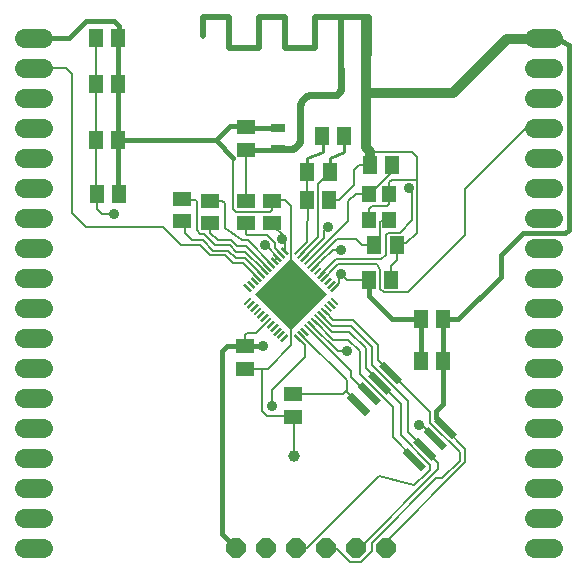
<source format=gtl>
G75*
%MOIN*%
%OFA0B0*%
%FSLAX25Y25*%
%IPPOS*%
%LPD*%
%AMOC8*
5,1,8,0,0,1.08239X$1,22.5*
%
%ADD10R,0.00906X0.03150*%
%ADD11R,0.16929X0.16929*%
%ADD12R,0.05000X0.06000*%
%ADD13R,0.06000X0.05000*%
%ADD14R,0.04724X0.05512*%
%ADD15R,0.05118X0.05906*%
%ADD16C,0.02000*%
%ADD17C,0.03500*%
%ADD18R,0.03500X0.10000*%
%ADD19R,0.04724X0.03150*%
%ADD20R,0.02362X0.08661*%
%ADD21OC8,0.06400*%
%ADD22C,0.06400*%
%ADD23C,0.00800*%
%ADD24C,0.01600*%
%ADD25C,0.03200*%
%ADD26C,0.00600*%
%ADD27C,0.03937*%
%ADD28C,0.00787*%
%ADD29C,0.03543*%
%ADD30C,0.02400*%
%ADD31C,0.01000*%
D10*
G36*
X0092912Y0092658D02*
X0092271Y0093299D01*
X0094498Y0095526D01*
X0095139Y0094885D01*
X0092912Y0092658D01*
G37*
G36*
X0094026Y0091544D02*
X0093385Y0092185D01*
X0095612Y0094412D01*
X0096253Y0093771D01*
X0094026Y0091544D01*
G37*
G36*
X0095139Y0090430D02*
X0094498Y0091071D01*
X0096725Y0093298D01*
X0097366Y0092657D01*
X0095139Y0090430D01*
G37*
G36*
X0096253Y0089317D02*
X0095612Y0089958D01*
X0097839Y0092185D01*
X0098480Y0091544D01*
X0096253Y0089317D01*
G37*
G36*
X0097366Y0088203D02*
X0096725Y0088844D01*
X0098952Y0091071D01*
X0099593Y0090430D01*
X0097366Y0088203D01*
G37*
G36*
X0098480Y0087090D02*
X0097839Y0087731D01*
X0100066Y0089958D01*
X0100707Y0089317D01*
X0098480Y0087090D01*
G37*
G36*
X0105161Y0087731D02*
X0104520Y0087090D01*
X0102293Y0089317D01*
X0102934Y0089958D01*
X0105161Y0087731D01*
G37*
G36*
X0106275Y0088844D02*
X0105634Y0088203D01*
X0103407Y0090430D01*
X0104048Y0091071D01*
X0106275Y0088844D01*
G37*
G36*
X0107388Y0089958D02*
X0106747Y0089317D01*
X0104520Y0091544D01*
X0105161Y0092185D01*
X0107388Y0089958D01*
G37*
G36*
X0108502Y0091071D02*
X0107861Y0090430D01*
X0105634Y0092657D01*
X0106275Y0093298D01*
X0108502Y0091071D01*
G37*
G36*
X0109615Y0092185D02*
X0108974Y0091544D01*
X0106747Y0093771D01*
X0107388Y0094412D01*
X0109615Y0092185D01*
G37*
G36*
X0110729Y0093299D02*
X0110088Y0092658D01*
X0107861Y0094885D01*
X0108502Y0095526D01*
X0110729Y0093299D01*
G37*
G36*
X0111842Y0094412D02*
X0111201Y0093771D01*
X0108974Y0095998D01*
X0109615Y0096639D01*
X0111842Y0094412D01*
G37*
G36*
X0112956Y0095526D02*
X0112315Y0094885D01*
X0110088Y0097112D01*
X0110729Y0097753D01*
X0112956Y0095526D01*
G37*
G36*
X0114070Y0096639D02*
X0113429Y0095998D01*
X0111202Y0098225D01*
X0111843Y0098866D01*
X0114070Y0096639D01*
G37*
G36*
X0115183Y0097753D02*
X0114542Y0097112D01*
X0112315Y0099339D01*
X0112956Y0099980D01*
X0115183Y0097753D01*
G37*
G36*
X0116297Y0098866D02*
X0115656Y0098225D01*
X0113429Y0100452D01*
X0114070Y0101093D01*
X0116297Y0098866D01*
G37*
G36*
X0117410Y0099980D02*
X0116769Y0099339D01*
X0114542Y0101566D01*
X0115183Y0102207D01*
X0117410Y0099980D01*
G37*
G36*
X0116769Y0106661D02*
X0117410Y0106020D01*
X0115183Y0103793D01*
X0114542Y0104434D01*
X0116769Y0106661D01*
G37*
G36*
X0115656Y0107775D02*
X0116297Y0107134D01*
X0114070Y0104907D01*
X0113429Y0105548D01*
X0115656Y0107775D01*
G37*
G36*
X0114542Y0108888D02*
X0115183Y0108247D01*
X0112956Y0106020D01*
X0112315Y0106661D01*
X0114542Y0108888D01*
G37*
G36*
X0113429Y0110002D02*
X0114070Y0109361D01*
X0111843Y0107134D01*
X0111202Y0107775D01*
X0113429Y0110002D01*
G37*
G36*
X0112315Y0111115D02*
X0112956Y0110474D01*
X0110729Y0108247D01*
X0110088Y0108888D01*
X0112315Y0111115D01*
G37*
G36*
X0111201Y0112229D02*
X0111842Y0111588D01*
X0109615Y0109361D01*
X0108974Y0110002D01*
X0111201Y0112229D01*
G37*
G36*
X0110088Y0113342D02*
X0110729Y0112701D01*
X0108502Y0110474D01*
X0107861Y0111115D01*
X0110088Y0113342D01*
G37*
G36*
X0108974Y0114456D02*
X0109615Y0113815D01*
X0107388Y0111588D01*
X0106747Y0112229D01*
X0108974Y0114456D01*
G37*
G36*
X0107861Y0115570D02*
X0108502Y0114929D01*
X0106275Y0112702D01*
X0105634Y0113343D01*
X0107861Y0115570D01*
G37*
G36*
X0106747Y0116683D02*
X0107388Y0116042D01*
X0105161Y0113815D01*
X0104520Y0114456D01*
X0106747Y0116683D01*
G37*
G36*
X0105634Y0117797D02*
X0106275Y0117156D01*
X0104048Y0114929D01*
X0103407Y0115570D01*
X0105634Y0117797D01*
G37*
G36*
X0104520Y0118910D02*
X0105161Y0118269D01*
X0102934Y0116042D01*
X0102293Y0116683D01*
X0104520Y0118910D01*
G37*
G36*
X0097839Y0118269D02*
X0098480Y0118910D01*
X0100707Y0116683D01*
X0100066Y0116042D01*
X0097839Y0118269D01*
G37*
G36*
X0096725Y0117156D02*
X0097366Y0117797D01*
X0099593Y0115570D01*
X0098952Y0114929D01*
X0096725Y0117156D01*
G37*
G36*
X0095612Y0116042D02*
X0096253Y0116683D01*
X0098480Y0114456D01*
X0097839Y0113815D01*
X0095612Y0116042D01*
G37*
G36*
X0094498Y0114929D02*
X0095139Y0115570D01*
X0097366Y0113343D01*
X0096725Y0112702D01*
X0094498Y0114929D01*
G37*
G36*
X0093385Y0113815D02*
X0094026Y0114456D01*
X0096253Y0112229D01*
X0095612Y0111588D01*
X0093385Y0113815D01*
G37*
G36*
X0092271Y0112701D02*
X0092912Y0113342D01*
X0095139Y0111115D01*
X0094498Y0110474D01*
X0092271Y0112701D01*
G37*
G36*
X0091158Y0111588D02*
X0091799Y0112229D01*
X0094026Y0110002D01*
X0093385Y0109361D01*
X0091158Y0111588D01*
G37*
G36*
X0090044Y0110474D02*
X0090685Y0111115D01*
X0092912Y0108888D01*
X0092271Y0108247D01*
X0090044Y0110474D01*
G37*
G36*
X0088930Y0109361D02*
X0089571Y0110002D01*
X0091798Y0107775D01*
X0091157Y0107134D01*
X0088930Y0109361D01*
G37*
G36*
X0087817Y0108247D02*
X0088458Y0108888D01*
X0090685Y0106661D01*
X0090044Y0106020D01*
X0087817Y0108247D01*
G37*
G36*
X0086703Y0107134D02*
X0087344Y0107775D01*
X0089571Y0105548D01*
X0088930Y0104907D01*
X0086703Y0107134D01*
G37*
G36*
X0085590Y0106020D02*
X0086231Y0106661D01*
X0088458Y0104434D01*
X0087817Y0103793D01*
X0085590Y0106020D01*
G37*
G36*
X0086231Y0099339D02*
X0085590Y0099980D01*
X0087817Y0102207D01*
X0088458Y0101566D01*
X0086231Y0099339D01*
G37*
G36*
X0087344Y0098225D02*
X0086703Y0098866D01*
X0088930Y0101093D01*
X0089571Y0100452D01*
X0087344Y0098225D01*
G37*
G36*
X0088458Y0097112D02*
X0087817Y0097753D01*
X0090044Y0099980D01*
X0090685Y0099339D01*
X0088458Y0097112D01*
G37*
G36*
X0089571Y0095998D02*
X0088930Y0096639D01*
X0091157Y0098866D01*
X0091798Y0098225D01*
X0089571Y0095998D01*
G37*
G36*
X0090685Y0094885D02*
X0090044Y0095526D01*
X0092271Y0097753D01*
X0092912Y0097112D01*
X0090685Y0094885D01*
G37*
G36*
X0091799Y0093771D02*
X0091158Y0094412D01*
X0093385Y0096639D01*
X0094026Y0095998D01*
X0091799Y0093771D01*
G37*
D11*
G36*
X0101500Y0091031D02*
X0089531Y0103000D01*
X0101500Y0114969D01*
X0113469Y0103000D01*
X0101500Y0091031D01*
G37*
D12*
X0127407Y0107717D03*
X0134907Y0107717D03*
X0136640Y0119500D03*
X0129140Y0119500D03*
X0114250Y0134500D03*
X0106750Y0134500D03*
X0106951Y0143717D03*
X0114451Y0143717D03*
X0127640Y0146157D03*
X0135140Y0146157D03*
X0144671Y0094795D03*
X0152171Y0094795D03*
X0152171Y0080795D03*
X0144671Y0080795D03*
X0044250Y0136500D03*
X0036750Y0136500D03*
X0036451Y0154417D03*
X0043951Y0154417D03*
X0043951Y0173031D03*
X0036451Y0173031D03*
X0036451Y0188646D03*
X0043951Y0188646D03*
D13*
X0086500Y0158750D03*
X0086500Y0151250D03*
X0086500Y0134250D03*
X0086500Y0126750D03*
X0095000Y0126750D03*
X0095000Y0134250D03*
X0074500Y0134250D03*
X0074500Y0126750D03*
X0064992Y0127388D03*
X0064992Y0134888D03*
X0086000Y0085750D03*
X0086000Y0078250D03*
X0102000Y0069750D03*
X0102000Y0062250D03*
D14*
X0127500Y0127839D03*
X0134193Y0127839D03*
X0134193Y0136500D03*
X0127500Y0136500D03*
D15*
X0119240Y0155697D03*
X0111760Y0155697D03*
D16*
X0118000Y0178252D02*
X0118000Y0195552D01*
X0109400Y0195552D01*
X0109400Y0185152D01*
X0099500Y0185152D01*
X0099500Y0195552D01*
X0090800Y0195552D01*
X0090800Y0185152D01*
X0080900Y0185152D01*
X0080900Y0195552D01*
X0072200Y0195552D01*
X0072200Y0189052D01*
X0118000Y0195552D02*
X0127300Y0195552D01*
D17*
X0126500Y0194752D02*
X0126500Y0183252D01*
D18*
X0126500Y0182752D03*
D19*
X0097000Y0158543D03*
X0097000Y0151457D03*
D20*
G36*
X0138471Y0074806D02*
X0136801Y0073136D01*
X0130679Y0079258D01*
X0132349Y0080928D01*
X0138471Y0074806D01*
G37*
G36*
X0134935Y0071270D02*
X0133265Y0069600D01*
X0127143Y0075722D01*
X0128813Y0077392D01*
X0134935Y0071270D01*
G37*
G36*
X0131400Y0067735D02*
X0129730Y0066065D01*
X0123608Y0072187D01*
X0125278Y0073857D01*
X0131400Y0067735D01*
G37*
G36*
X0127864Y0064199D02*
X0126194Y0062529D01*
X0120072Y0068651D01*
X0121742Y0070321D01*
X0127864Y0064199D01*
G37*
G36*
X0146321Y0045742D02*
X0144651Y0044072D01*
X0138529Y0050194D01*
X0140199Y0051864D01*
X0146321Y0045742D01*
G37*
G36*
X0149857Y0049278D02*
X0148187Y0047608D01*
X0142065Y0053730D01*
X0143735Y0055400D01*
X0149857Y0049278D01*
G37*
G36*
X0153392Y0052813D02*
X0151722Y0051143D01*
X0145600Y0057265D01*
X0147270Y0058935D01*
X0153392Y0052813D01*
G37*
G36*
X0156928Y0056349D02*
X0155258Y0054679D01*
X0149136Y0060801D01*
X0150806Y0062471D01*
X0156928Y0056349D01*
G37*
D21*
X0133000Y0018500D03*
X0123000Y0018500D03*
X0113000Y0018500D03*
X0103000Y0018500D03*
X0093000Y0018500D03*
X0083000Y0018500D03*
D22*
X0018700Y0018500D02*
X0012300Y0018500D01*
X0012300Y0028500D02*
X0018700Y0028500D01*
X0018700Y0038500D02*
X0012300Y0038500D01*
X0012300Y0048500D02*
X0018700Y0048500D01*
X0018700Y0058500D02*
X0012300Y0058500D01*
X0012300Y0068500D02*
X0018700Y0068500D01*
X0018700Y0078500D02*
X0012300Y0078500D01*
X0012300Y0088500D02*
X0018700Y0088500D01*
X0018700Y0098500D02*
X0012300Y0098500D01*
X0012300Y0108500D02*
X0018700Y0108500D01*
X0018700Y0118500D02*
X0012300Y0118500D01*
X0012300Y0128500D02*
X0018700Y0128500D01*
X0018700Y0138500D02*
X0012300Y0138500D01*
X0012300Y0148500D02*
X0018700Y0148500D01*
X0018700Y0158500D02*
X0012300Y0158500D01*
X0012300Y0168500D02*
X0018700Y0168500D01*
X0018700Y0178500D02*
X0012300Y0178500D01*
X0012300Y0188500D02*
X0018700Y0188500D01*
X0182300Y0188500D02*
X0188700Y0188500D01*
X0188700Y0178500D02*
X0182300Y0178500D01*
X0182300Y0168500D02*
X0188700Y0168500D01*
X0188700Y0158500D02*
X0182300Y0158500D01*
X0182300Y0148500D02*
X0188700Y0148500D01*
X0188700Y0138500D02*
X0182300Y0138500D01*
X0182300Y0128500D02*
X0188700Y0128500D01*
X0188700Y0118500D02*
X0182300Y0118500D01*
X0182300Y0108500D02*
X0188700Y0108500D01*
X0188700Y0098500D02*
X0182300Y0098500D01*
X0182300Y0088500D02*
X0188700Y0088500D01*
X0188700Y0078500D02*
X0182300Y0078500D01*
X0182300Y0068500D02*
X0188700Y0068500D01*
X0188700Y0058500D02*
X0182300Y0058500D01*
X0182300Y0048500D02*
X0188700Y0048500D01*
X0188700Y0038500D02*
X0182300Y0038500D01*
X0182300Y0028500D02*
X0188700Y0028500D01*
X0188700Y0018500D02*
X0182300Y0018500D01*
D23*
X0159598Y0047000D02*
X0159598Y0051400D01*
X0159600Y0051500D01*
X0153100Y0058000D01*
X0153032Y0058575D02*
X0152500Y0059100D01*
X0149496Y0055039D02*
X0149461Y0055039D01*
X0145000Y0059500D01*
X0144000Y0059500D01*
X0140500Y0057000D02*
X0145961Y0051539D01*
X0145961Y0051504D01*
X0145996Y0051504D01*
X0150402Y0046902D01*
X0150400Y0044802D01*
X0149600Y0043900D01*
X0124300Y0018600D01*
X0123100Y0018600D01*
X0123000Y0018500D01*
X0124700Y0013800D02*
X0121100Y0013800D01*
X0116700Y0018200D01*
X0113100Y0018200D01*
X0113000Y0018500D01*
X0106700Y0018600D02*
X0130700Y0042600D01*
X0142500Y0039600D01*
X0146839Y0043618D01*
X0147859Y0044639D01*
X0147859Y0046239D01*
X0138000Y0056000D01*
X0138000Y0066500D01*
X0131039Y0073461D01*
X0131039Y0073496D01*
X0131004Y0073496D01*
X0126500Y0078500D01*
X0126500Y0085000D01*
X0120795Y0090409D01*
X0115114Y0090500D01*
X0110408Y0095205D01*
X0109295Y0094092D02*
X0115500Y0087886D01*
X0120386Y0087917D01*
X0124500Y0084000D01*
X0124500Y0076500D01*
X0135500Y0065500D01*
X0135500Y0055500D01*
X0142425Y0048075D01*
X0142425Y0047968D01*
X0140500Y0057000D02*
X0140500Y0067500D01*
X0128500Y0079500D01*
X0128500Y0085500D01*
X0121492Y0092508D01*
X0115217Y0092626D01*
X0111603Y0096240D01*
X0111522Y0096319D01*
X0112636Y0097432D02*
X0113000Y0097079D01*
X0115500Y0094579D01*
X0116000Y0094500D01*
X0122000Y0094500D01*
X0130500Y0086000D01*
X0130500Y0081000D01*
X0134000Y0077500D01*
X0134500Y0077500D01*
X0134575Y0077032D01*
X0144021Y0080195D02*
X0144671Y0080795D01*
X0144656Y0094780D02*
X0144671Y0094795D01*
X0152171Y0094795D02*
X0152500Y0094800D01*
X0140461Y0103677D02*
X0159516Y0122732D01*
X0159516Y0138244D01*
X0179831Y0158559D01*
X0185441Y0158559D01*
X0185500Y0158500D01*
X0186100Y0187900D02*
X0185500Y0188500D01*
X0185000Y0188000D01*
X0143503Y0141157D02*
X0135028Y0141157D01*
X0134193Y0140323D01*
X0134193Y0136500D01*
X0134083Y0136390D01*
X0134083Y0133047D01*
X0133374Y0132339D01*
X0128492Y0132339D01*
X0127500Y0131346D01*
X0127500Y0127839D01*
X0131000Y0127000D02*
X0131500Y0127500D01*
X0133854Y0127500D01*
X0134193Y0127839D01*
X0131000Y0127000D02*
X0131000Y0120500D01*
X0130000Y0119500D01*
X0129140Y0119500D01*
X0125000Y0119500D01*
X0123000Y0121500D01*
X0116657Y0121500D01*
X0108339Y0113181D01*
X0108181Y0113022D01*
X0107068Y0114136D02*
X0120500Y0127568D01*
X0120500Y0134000D01*
X0123000Y0136500D01*
X0127500Y0136500D01*
X0122500Y0139500D02*
X0122500Y0144500D01*
X0124000Y0146000D01*
X0127482Y0146000D01*
X0127640Y0146157D01*
X0122500Y0139500D02*
X0117500Y0134500D01*
X0114250Y0134500D01*
X0110500Y0139766D02*
X0114451Y0143717D01*
X0110500Y0139766D02*
X0110500Y0122000D01*
X0104863Y0116363D01*
X0104841Y0116363D01*
X0103819Y0117555D02*
X0106843Y0120579D01*
X0107000Y0134250D01*
X0106750Y0134500D01*
X0106750Y0143516D01*
X0106951Y0143717D01*
X0099500Y0134500D02*
X0095250Y0134500D01*
X0095000Y0134250D01*
X0095000Y0131000D01*
X0094500Y0130500D01*
X0083000Y0130500D01*
X0082000Y0131500D01*
X0082000Y0148335D01*
X0086500Y0151250D02*
X0086500Y0134250D01*
X0079500Y0133500D02*
X0078500Y0134000D01*
X0076250Y0134000D01*
X0074500Y0134250D01*
X0079500Y0133500D02*
X0079500Y0125000D01*
X0085000Y0121000D01*
X0087000Y0121000D01*
X0094740Y0113103D01*
X0094819Y0113022D01*
X0093705Y0111908D02*
X0093434Y0112223D01*
X0086500Y0119000D01*
X0083500Y0119000D01*
X0081500Y0121000D01*
X0077000Y0121000D01*
X0074500Y0123500D01*
X0074500Y0126750D01*
X0072500Y0123000D02*
X0071189Y0123000D01*
X0070000Y0124500D01*
X0070000Y0134000D01*
X0069500Y0134500D01*
X0066104Y0134500D01*
X0064992Y0134888D01*
X0064992Y0127388D02*
X0066000Y0126880D01*
X0066000Y0123500D01*
X0068500Y0121000D01*
X0072000Y0121000D01*
X0075500Y0117500D01*
X0080500Y0117500D01*
X0083000Y0115000D01*
X0086079Y0115079D01*
X0091397Y0109760D01*
X0091478Y0109681D01*
X0090364Y0108568D02*
X0090207Y0108714D01*
X0085343Y0113579D01*
X0082000Y0113500D01*
X0079500Y0116000D01*
X0074500Y0116000D01*
X0071000Y0119500D01*
X0064720Y0119500D01*
X0058720Y0125500D01*
X0033000Y0125500D01*
X0028500Y0130000D01*
X0028500Y0176500D01*
X0026500Y0178500D01*
X0015500Y0178500D01*
X0036451Y0173031D02*
X0036451Y0154417D01*
X0036451Y0137260D01*
X0036750Y0136500D01*
X0037000Y0136100D01*
X0043951Y0137260D02*
X0044250Y0136500D01*
X0072500Y0123000D02*
X0076000Y0119500D01*
X0081000Y0119500D01*
X0083000Y0117106D01*
X0086000Y0117106D01*
X0091962Y0111460D01*
X0092592Y0110795D01*
X0097046Y0115249D02*
X0093295Y0119000D01*
X0092835Y0119433D01*
X0098600Y0121400D02*
X0099300Y0121400D01*
X0099300Y0117900D01*
X0099273Y0117476D01*
X0099300Y0121400D02*
X0099300Y0122100D01*
X0095100Y0126300D01*
X0095000Y0126750D01*
X0101500Y0132500D02*
X0099500Y0134500D01*
X0101500Y0132500D02*
X0101500Y0103000D01*
X0101500Y0086000D01*
X0093750Y0078250D01*
X0091900Y0078250D01*
X0091900Y0064200D01*
X0093500Y0062600D01*
X0101500Y0062600D01*
X0102000Y0062250D01*
X0102300Y0061800D01*
X0102300Y0049000D01*
X0095100Y0065800D02*
X0095100Y0071400D01*
X0095250Y0071251D01*
X0095000Y0071000D01*
X0095250Y0071251D02*
X0106157Y0082236D01*
X0106157Y0086079D01*
X0103885Y0088352D01*
X0103727Y0088524D01*
X0104841Y0089637D02*
X0104863Y0089637D01*
X0120000Y0074500D01*
X0120000Y0071000D01*
X0118750Y0069750D01*
X0102000Y0069750D01*
X0091900Y0078250D02*
X0086000Y0078250D01*
X0086000Y0085750D02*
X0086000Y0086386D01*
X0085972Y0088717D01*
X0085972Y0089346D01*
X0086681Y0090055D01*
X0089669Y0090055D01*
X0093705Y0094092D01*
X0107068Y0091864D02*
X0121500Y0077432D01*
X0121500Y0075500D01*
X0127039Y0069961D01*
X0127504Y0069961D01*
X0123968Y0066425D02*
X0120000Y0070393D01*
X0120000Y0071000D01*
X0120000Y0084000D02*
X0117159Y0084000D01*
X0108181Y0092978D01*
X0115976Y0105227D02*
X0116100Y0105300D01*
X0117500Y0106700D01*
X0115500Y0111500D02*
X0117220Y0113161D01*
X0130189Y0113161D01*
X0131169Y0111079D01*
X0131169Y0104937D01*
X0132587Y0103677D01*
X0140461Y0103677D01*
X0134907Y0107717D02*
X0134907Y0112612D01*
X0136760Y0114465D01*
X0136640Y0119500D01*
X0137626Y0123520D02*
X0133846Y0123520D01*
X0133059Y0122732D01*
X0133059Y0116197D01*
X0131563Y0114701D01*
X0116524Y0114701D01*
X0111522Y0109699D01*
X0111522Y0109681D01*
X0112636Y0108568D02*
X0115500Y0111500D01*
X0111600Y0114100D02*
X0110500Y0113000D01*
X0109295Y0111908D01*
X0105954Y0115249D02*
X0112508Y0121803D01*
X0103819Y0117555D02*
X0103727Y0117476D01*
X0137626Y0123520D02*
X0141799Y0127693D01*
X0141799Y0137299D01*
X0140697Y0138402D01*
X0119000Y0154071D02*
X0119240Y0155697D01*
X0112000Y0155142D02*
X0111760Y0155697D01*
X0097000Y0151457D02*
X0096793Y0151250D01*
X0086707Y0158543D02*
X0086500Y0158750D01*
X0086250Y0159000D01*
X0044000Y0188695D02*
X0043951Y0188646D01*
X0036451Y0188646D02*
X0036451Y0173031D01*
X0157697Y0047400D02*
X0151900Y0041800D01*
X0149900Y0041800D01*
X0128300Y0020200D01*
X0128300Y0017400D01*
X0124700Y0013800D01*
X0132700Y0018600D02*
X0133000Y0018500D01*
X0132700Y0019000D01*
X0132700Y0020200D01*
X0159598Y0047000D01*
X0106700Y0018600D02*
X0103100Y0018600D01*
X0103000Y0018500D01*
X0083000Y0018500D02*
X0082300Y0018600D01*
D24*
X0083000Y0018500D02*
X0078433Y0023067D01*
X0078433Y0084071D01*
X0080112Y0085750D01*
X0086000Y0085750D01*
X0086006Y0085744D01*
X0092213Y0085744D01*
X0127407Y0102636D02*
X0127407Y0107717D01*
X0127407Y0102636D02*
X0135264Y0094780D01*
X0144656Y0094780D01*
X0144671Y0094795D02*
X0144671Y0080795D01*
X0152171Y0080795D02*
X0152171Y0066490D01*
X0149673Y0063992D01*
X0149665Y0061909D01*
X0152500Y0059100D01*
X0152171Y0080795D02*
X0152171Y0094795D01*
X0157268Y0094795D01*
X0171445Y0108972D01*
X0171445Y0116059D01*
X0178728Y0123343D01*
X0192803Y0123343D01*
X0193984Y0124524D01*
X0193984Y0126984D01*
X0194000Y0127000D02*
X0194000Y0186000D01*
X0190500Y0188000D01*
X0186100Y0187900D01*
X0097000Y0158543D02*
X0086707Y0158543D01*
X0086250Y0159000D02*
X0081000Y0159000D01*
X0076417Y0154417D01*
X0082000Y0148335D01*
X0086500Y0151250D02*
X0096793Y0151250D01*
X0076417Y0154417D02*
X0043951Y0154417D01*
X0043951Y0137260D01*
X0043951Y0154417D02*
X0043951Y0173031D01*
X0043951Y0188646D01*
X0044000Y0188695D02*
X0044000Y0192500D01*
X0042500Y0194000D01*
X0033000Y0194000D01*
X0027500Y0188500D01*
X0015500Y0188500D01*
D25*
X0126500Y0182500D02*
X0126500Y0170000D01*
X0155600Y0170000D01*
X0173600Y0188000D01*
X0185000Y0188000D01*
X0126500Y0170000D02*
X0126500Y0152260D01*
X0127640Y0150400D01*
X0127640Y0146157D01*
D26*
X0127640Y0150400D02*
X0141801Y0150400D01*
X0143503Y0148934D01*
X0143503Y0141157D01*
X0143503Y0123595D01*
X0139903Y0119995D01*
X0135100Y0119800D01*
X0136640Y0119500D01*
X0127900Y0136600D02*
X0127500Y0136500D01*
X0127900Y0136600D02*
X0135100Y0143800D01*
X0135100Y0145600D01*
X0135140Y0146157D01*
X0097046Y0115249D02*
X0096700Y0115000D01*
X0096100Y0114400D01*
X0095932Y0114136D01*
X0101500Y0062200D02*
X0102000Y0062250D01*
X0153032Y0058575D02*
X0153100Y0058000D01*
D27*
X0102300Y0049000D03*
D28*
X0134575Y0077032D02*
X0147823Y0063784D01*
X0147823Y0060252D01*
X0157697Y0050378D01*
X0157697Y0047400D01*
X0117500Y0106700D02*
X0117500Y0108997D01*
X0118189Y0109686D01*
X0120182Y0107693D01*
X0127384Y0107693D01*
X0127407Y0107717D01*
X0118012Y0117937D02*
X0115437Y0117937D01*
X0111600Y0114100D01*
X0112508Y0121803D02*
X0112508Y0124319D01*
X0113787Y0125500D01*
X0098159Y0116363D02*
X0096051Y0118471D01*
X0096051Y0120094D01*
X0093295Y0122850D01*
X0086799Y0122850D01*
X0086504Y0123146D01*
X0086504Y0126746D01*
X0086500Y0126750D01*
X0042338Y0129876D02*
X0042277Y0129937D01*
X0038374Y0129937D01*
X0036750Y0131561D01*
X0036750Y0136500D01*
X0193984Y0126984D02*
X0194000Y0127000D01*
D29*
X0140697Y0138402D03*
X0118012Y0117937D03*
X0113787Y0125500D03*
X0098600Y0121400D03*
X0092835Y0119433D03*
X0118189Y0109686D03*
X0092213Y0085744D03*
X0095100Y0065800D03*
X0120000Y0084000D03*
X0144000Y0059500D03*
X0042338Y0129876D03*
D30*
X0097000Y0151457D02*
X0100957Y0151457D01*
X0101073Y0151459D01*
X0101189Y0151465D01*
X0101304Y0151474D01*
X0101419Y0151487D01*
X0101534Y0151504D01*
X0101648Y0151525D01*
X0101762Y0151550D01*
X0101874Y0151578D01*
X0101985Y0151610D01*
X0102096Y0151645D01*
X0102205Y0151684D01*
X0102313Y0151727D01*
X0102419Y0151773D01*
X0102524Y0151822D01*
X0102627Y0151875D01*
X0102729Y0151932D01*
X0102828Y0151991D01*
X0102925Y0152054D01*
X0103021Y0152120D01*
X0103114Y0152189D01*
X0103205Y0152261D01*
X0103293Y0152336D01*
X0103379Y0152414D01*
X0103462Y0152495D01*
X0103543Y0152578D01*
X0103621Y0152664D01*
X0103696Y0152752D01*
X0103768Y0152843D01*
X0103837Y0152936D01*
X0103903Y0153032D01*
X0103966Y0153129D01*
X0104025Y0153229D01*
X0104082Y0153330D01*
X0104135Y0153433D01*
X0104184Y0153538D01*
X0104230Y0153644D01*
X0104273Y0153752D01*
X0104312Y0153861D01*
X0104347Y0153972D01*
X0104379Y0154083D01*
X0104407Y0154195D01*
X0104432Y0154309D01*
X0104453Y0154423D01*
X0104470Y0154538D01*
X0104483Y0154653D01*
X0104492Y0154768D01*
X0104498Y0154884D01*
X0104500Y0155000D01*
X0104500Y0165500D01*
X0104502Y0165626D01*
X0104508Y0165751D01*
X0104518Y0165876D01*
X0104532Y0166001D01*
X0104549Y0166126D01*
X0104571Y0166250D01*
X0104596Y0166373D01*
X0104626Y0166495D01*
X0104659Y0166616D01*
X0104696Y0166736D01*
X0104736Y0166855D01*
X0104781Y0166972D01*
X0104829Y0167089D01*
X0104881Y0167203D01*
X0104936Y0167316D01*
X0104995Y0167427D01*
X0105057Y0167536D01*
X0105123Y0167643D01*
X0105192Y0167748D01*
X0105264Y0167851D01*
X0105339Y0167952D01*
X0105418Y0168050D01*
X0105500Y0168145D01*
X0105584Y0168238D01*
X0105672Y0168328D01*
X0105762Y0168416D01*
X0105855Y0168500D01*
X0105950Y0168582D01*
X0106048Y0168661D01*
X0106149Y0168736D01*
X0106252Y0168808D01*
X0106357Y0168877D01*
X0106464Y0168943D01*
X0106573Y0169005D01*
X0106684Y0169064D01*
X0106797Y0169119D01*
X0106911Y0169171D01*
X0107028Y0169219D01*
X0107145Y0169264D01*
X0107264Y0169304D01*
X0107384Y0169341D01*
X0107505Y0169374D01*
X0107627Y0169404D01*
X0107750Y0169429D01*
X0107874Y0169451D01*
X0107999Y0169468D01*
X0108124Y0169482D01*
X0108249Y0169492D01*
X0108374Y0169498D01*
X0108500Y0169500D01*
X0116000Y0169500D01*
X0116087Y0169502D01*
X0116174Y0169508D01*
X0116261Y0169517D01*
X0116347Y0169530D01*
X0116433Y0169547D01*
X0116518Y0169568D01*
X0116601Y0169593D01*
X0116684Y0169621D01*
X0116765Y0169652D01*
X0116845Y0169687D01*
X0116923Y0169726D01*
X0117000Y0169768D01*
X0117075Y0169813D01*
X0117147Y0169862D01*
X0117218Y0169913D01*
X0117286Y0169968D01*
X0117351Y0170025D01*
X0117414Y0170086D01*
X0117475Y0170149D01*
X0117532Y0170214D01*
X0117587Y0170282D01*
X0117638Y0170353D01*
X0117687Y0170425D01*
X0117732Y0170500D01*
X0117774Y0170577D01*
X0117813Y0170655D01*
X0117848Y0170735D01*
X0117879Y0170816D01*
X0117907Y0170899D01*
X0117932Y0170982D01*
X0117953Y0171067D01*
X0117970Y0171153D01*
X0117983Y0171239D01*
X0117992Y0171326D01*
X0117998Y0171413D01*
X0118000Y0171500D01*
X0118000Y0178252D01*
D31*
X0112000Y0155142D02*
X0112000Y0150406D01*
X0106951Y0148356D01*
X0106951Y0143717D01*
X0114451Y0143717D02*
X0114451Y0148356D01*
X0119000Y0150406D01*
X0119000Y0154071D01*
M02*

</source>
